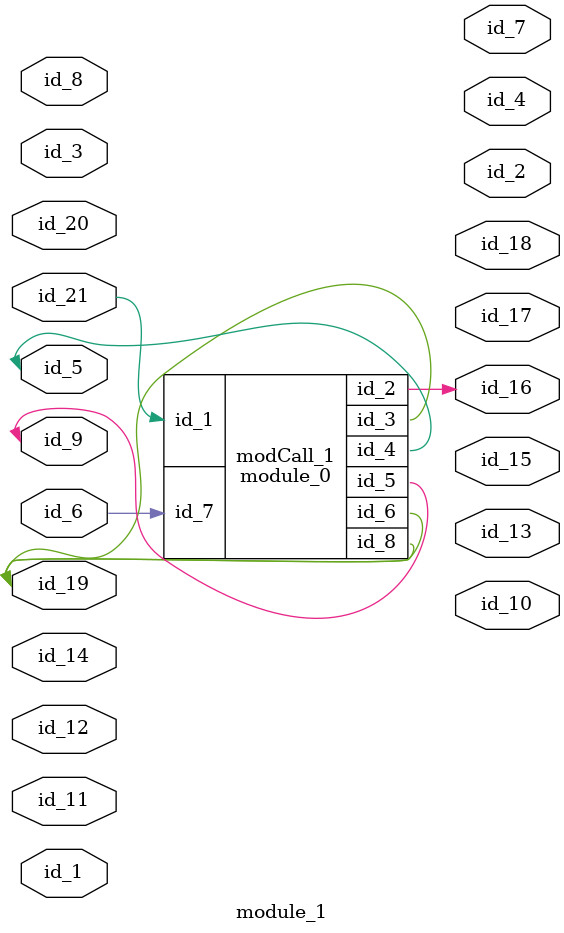
<source format=v>
module module_0 (
    id_1,
    id_2,
    id_3,
    id_4,
    id_5,
    id_6,
    id_7,
    id_8
);
  inout wire id_8;
  input wire id_7;
  inout wire id_6;
  inout wire id_5;
  output wire id_4;
  inout wire id_3;
  output wire id_2;
  input wire id_1;
  wire id_9;
  ;
  assign id_4 = id_9;
endmodule
module module_1 (
    id_1,
    id_2,
    id_3,
    id_4,
    id_5,
    id_6,
    id_7,
    id_8,
    id_9,
    id_10,
    id_11,
    id_12,
    id_13,
    id_14,
    id_15,
    id_16,
    id_17,
    id_18,
    id_19,
    id_20,
    id_21
);
  input wire id_21;
  inout wire id_20;
  inout wire id_19;
  output wire id_18;
  output wire id_17;
  output wire id_16;
  output wire id_15;
  inout wire id_14;
  output wire id_13;
  input wire id_12;
  input wire id_11;
  output wire id_10;
  inout wire id_9;
  input wire id_8;
  output wire id_7;
  input wire id_6;
  inout wire id_5;
  output wire id_4;
  input wire id_3;
  module_0 modCall_1 (
      id_21,
      id_16,
      id_19,
      id_5,
      id_9,
      id_19,
      id_6,
      id_19
  );
  output wire id_2;
  input wire id_1;
  wire [-1 'b0 : 1] id_22;
  wire id_23;
endmodule

</source>
